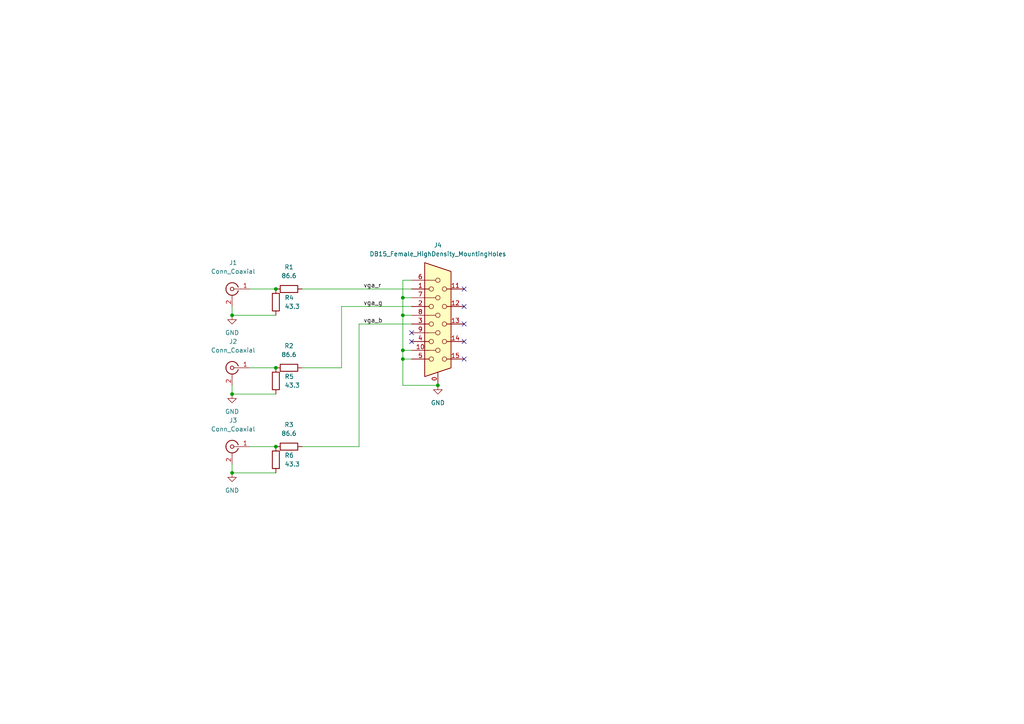
<source format=kicad_sch>
(kicad_sch (version 20211123) (generator eeschema)
  (paper "A4")
  (lib_symbols
    (symbol "Connector:Conn_Coaxial" (pin_names (offset 1.016) hide)
      (property "Reference" "J" (at 0.254 3.048 0))
      (property "Value" "Conn_Coaxial" (at 2.921 0 90))
      (symbol "Conn_Coaxial_0_1"
        (arc (start -1.778 -0.508) (mid 0.2311 -1.8066) (end 1.778 0) (stroke (width 0.254)))
        (polyline (pts (xy -2.54 0) (xy -0.508 0)))
        (polyline (pts (xy 0 -2.54) (xy 0 -1.778)))
        (circle (center 0 0) (radius 0.508) (stroke (width 0.2032)))
        (arc (start 1.778 0) (mid 0.2099 1.8101) (end -1.778 0.508) (stroke (width 0.254)))
      )
      (symbol "Conn_Coaxial_1_1"
        (pin passive line (at -5.08 0 0) (length 2.54) (name "In") (number "1"))
        (pin passive line (at 0 -5.08 90) (length 2.54) (name "Ext") (number "2"))
      )
    )
    (symbol "Connector:DB15_Female_HighDensity_MountingHoles" (pin_names (offset 1.016) hide)
      (property "Reference" "J" (at 0 21.59 0))
      (property "Value" "DB15_Female_HighDensity_MountingHoles" (at 0 19.05 0))
      (symbol "DB15_Female_HighDensity_MountingHoles_0_1"
        (circle (center -1.905 -10.16) (radius 0.635))
        (circle (center -1.905 -5.08) (radius 0.635))
        (circle (center -1.905 0) (radius 0.635))
        (circle (center -1.905 5.08) (radius 0.635))
        (circle (center -1.905 10.16) (radius 0.635))
        (circle (center 0 -7.62) (radius 0.635))
        (circle (center 0 -2.54) (radius 0.635))
        (polyline (pts (xy -3.175 7.62) (xy -0.635 7.62)))
        (polyline (pts (xy -0.635 -7.62) (xy -3.175 -7.62)))
        (polyline (pts (xy -0.635 -2.54) (xy -3.175 -2.54)))
        (polyline (pts (xy -0.635 2.54) (xy -3.175 2.54)))
        (polyline (pts (xy -0.635 12.7) (xy -3.175 12.7)))
        (polyline (pts (xy -3.81 17.78) (xy -3.81 -15.24) (xy 3.81 -12.7) (xy 3.81 15.24) (xy -3.81 17.78)) (stroke (width 0.254)) (fill (type background)))
        (circle (center 0 2.54) (radius 0.635))
        (circle (center 0 7.62) (radius 0.635))
        (circle (center 0 12.7) (radius 0.635))
        (circle (center 1.905 -10.16) (radius 0.635))
        (circle (center 1.905 -5.08) (radius 0.635))
        (circle (center 1.905 0) (radius 0.635))
        (circle (center 1.905 5.08) (radius 0.635))
        (circle (center 1.905 10.16) (radius 0.635))
      )
      (symbol "DB15_Female_HighDensity_MountingHoles_1_1"
        (pin passive line (at 0 -17.78 90) (length 3.81) (name "~") (number "0"))
        (pin passive line (at -7.62 10.16 0) (length 5.08) (name "~") (number "1"))
        (pin passive line (at -7.62 -7.62 0) (length 5.08) (name "~") (number "10"))
        (pin passive line (at 7.62 10.16 180) (length 5.08) (name "~") (number "11"))
        (pin passive line (at 7.62 5.08 180) (length 5.08) (name "~") (number "12"))
        (pin passive line (at 7.62 0 180) (length 5.08) (name "~") (number "13"))
        (pin passive line (at 7.62 -5.08 180) (length 5.08) (name "~") (number "14"))
        (pin passive line (at 7.62 -10.16 180) (length 5.08) (name "~") (number "15"))
        (pin passive line (at -7.62 5.08 0) (length 5.08) (name "~") (number "2"))
        (pin passive line (at -7.62 0 0) (length 5.08) (name "~") (number "3"))
        (pin passive line (at -7.62 -5.08 0) (length 5.08) (name "~") (number "4"))
        (pin passive line (at -7.62 -10.16 0) (length 5.08) (name "~") (number "5"))
        (pin passive line (at -7.62 12.7 0) (length 5.08) (name "~") (number "6"))
        (pin passive line (at -7.62 7.62 0) (length 5.08) (name "~") (number "7"))
        (pin passive line (at -7.62 2.54 0) (length 5.08) (name "~") (number "8"))
        (pin passive line (at -7.62 -2.54 0) (length 5.08) (name "~") (number "9"))
      )
    )
    (symbol "Device:R" (pin_numbers hide) (pin_names (offset 0))
      (property "Reference" "R" (at 2.032 0 90))
      (property "Value" "R" (at 0 0 90))
      (symbol "R_0_1"
        (rectangle (start -1.016 -2.54) (end 1.016 2.54) (stroke (width 0.254)))
      )
      (symbol "R_1_1"
        (pin passive line (at 0 3.81 270) (length 1.27) (name "~") (number "1"))
        (pin passive line (at 0 -3.81 90) (length 1.27) (name "~") (number "2"))
      )
    )
    (symbol "power:GND" (power) (pin_names (offset 0))
      (property "Value" "GND" (at 0 -3.81 0))
      (symbol "GND_0_1"
        (polyline (pts (xy 0 0) (xy 0 -1.27) (xy 1.27 -1.27) (xy 0 -2.54) (xy -1.27 -1.27) (xy 0 -1.27)))
      )
      (symbol "GND_1_1"
        (pin power_in line (at 0 0 270) (length 0) hide (name "GND") (number "1"))
      )
    )
  )
  (junction (at 127 111.76))
  (junction (at 67.31 137.16))
  (junction (at 116.84 101.6))
  (junction (at 67.31 114.3))
  (junction (at 80.01 129.54))
  (junction (at 80.01 106.68))
  (junction (at 116.84 104.14))
  (junction (at 67.31 91.44))
  (junction (at 80.01 83.82))
  (junction (at 116.84 91.44))
  (junction (at 116.84 86.36))
  (no_connect (at 134.62 99.06))
  (no_connect (at 134.62 93.98))
  (no_connect (at 134.62 88.9))
  (no_connect (at 134.62 83.82))
  (no_connect (at 119.38 99.06))
  (no_connect (at 134.62 104.14))
  (no_connect (at 119.38 96.52))
  (wire (pts (xy 67.31 91.44) (xy 67.31 88.9)))
  (wire (pts (xy 116.84 81.28) (xy 119.38 81.28)))
  (wire (pts (xy 72.39 106.68) (xy 80.01 106.68)))
  (wire (pts (xy 127 111.76) (xy 116.84 111.76)))
  (wire (pts (xy 67.31 137.16) (xy 67.31 134.62)))
  (wire (pts (xy 116.84 86.36) (xy 119.38 86.36)))
  (wire (pts (xy 87.63 83.82) (xy 119.38 83.82)))
  (wire (pts (xy 116.84 101.6) (xy 119.38 101.6)))
  (wire (pts (xy 104.14 93.98) (xy 119.38 93.98)))
  (wire (pts (xy 116.84 104.14) (xy 119.38 104.14)))
  (wire (pts (xy 87.63 106.68) (xy 99.06 106.68)))
  (wire (pts (xy 99.06 88.9) (xy 119.38 88.9)))
  (wire (pts (xy 80.01 114.3) (xy 67.31 114.3)))
  (wire (pts (xy 80.01 91.44) (xy 67.31 91.44)))
  (wire (pts (xy 116.84 86.36) (xy 116.84 91.44)))
  (wire (pts (xy 87.63 129.54) (xy 104.14 129.54)))
  (wire (pts (xy 116.84 101.6) (xy 116.84 104.14)))
  (wire (pts (xy 72.39 83.82) (xy 80.01 83.82)))
  (wire (pts (xy 72.39 129.54) (xy 80.01 129.54)))
  (wire (pts (xy 99.06 106.68) (xy 99.06 88.9)))
  (wire (pts (xy 80.01 137.16) (xy 67.31 137.16)))
  (wire (pts (xy 67.31 114.3) (xy 67.31 111.76)))
  (wire (pts (xy 116.84 91.44) (xy 116.84 101.6)))
  (wire (pts (xy 104.14 129.54) (xy 104.14 93.98)))
  (wire (pts (xy 116.84 91.44) (xy 119.38 91.44)))
  (wire (pts (xy 116.84 111.76) (xy 116.84 104.14)))
  (wire (pts (xy 116.84 81.28) (xy 116.84 86.36)))
  (label "vga_g" (at 105.41 88.9 0))
  (label "vga_r" (at 105.41 83.82 0))
  (label "vga_b" (at 105.41 93.98 0))
  (symbol (lib_id "Device:R") (at 83.82 106.68 90) (unit 1)
    (property "Reference" "R2" (at 83.82 100.33 90))
    (property "Value" "86.6" (at 83.82 102.87 90))
    (property "Footprint" "Resistor_SMD:R_0805_2012Metric_Pad1.20x1.40mm_HandSolder" (effects hide))
    (property "Digikey" "311-86.6CRCT-ND" (effects hide))
  )
  (symbol (lib_id "Device:R") (at 80.01 110.49 180) (unit 1)
    (property "Reference" "R5" (at 82.55 109.2199 0) (effects (justify right)))
    (property "Value" "43.3" (at 82.55 111.7599 0) (effects (justify right)))
    (property "Footprint" "Resistor_SMD:R_0805_2012Metric_Pad1.20x1.40mm_HandSolder" (effects hide))
    (property "Digikey" "311-43.2CRCT-ND" (effects hide))
  )
  (symbol (lib_id "power:GND") (at 67.31 137.16 0) (unit 1)
    (property "Reference" "#PWR0103" (effects hide))
    (property "Value" "GND" (at 67.31 142.24 0))
  )
  (symbol (lib_id "power:GND") (at 67.31 91.44 0) (unit 1)
    (property "Reference" "#PWR0102" (effects hide))
    (property "Value" "GND" (at 67.31 96.52 0))
  )
  (symbol (lib_id "Device:R") (at 80.01 87.63 180) (unit 1)
    (property "Reference" "R4" (at 82.55 86.3599 0) (effects (justify right)))
    (property "Value" "43.3" (at 82.55 88.8999 0) (effects (justify right)))
    (property "Footprint" "Resistor_SMD:R_0805_2012Metric_Pad1.20x1.40mm_HandSolder" (effects hide))
    (property "Digikey" "311-43.2CRCT-ND" (effects hide))
  )
  (symbol (lib_id "power:GND") (at 127 111.76 0) (unit 1)
    (property "Reference" "#PWR0101" (effects hide))
    (property "Value" "GND" (at 127 116.84 0))
  )
  (symbol (lib_id "Connector:Conn_Coaxial") (at 67.31 106.68 0) (mirror y) (unit 1)
    (property "Reference" "J2" (at 67.6274 99.06 0))
    (property "Value" "Conn_Coaxial" (at 67.6274 101.6 0))
    (property "Footprint" "Connector_Coaxial:SMA_Amphenol_901-143_Horizontal" (effects hide))
    (property "Datasheet" " ~" (effects hide))
    (property "Digikey" "WM26450-ND" (effects hide))
  )
  (symbol (lib_id "Connector:Conn_Coaxial") (at 67.31 83.82 0) (mirror y) (unit 1)
    (property "Reference" "J1" (at 67.6274 76.2 0))
    (property "Value" "Conn_Coaxial" (at 67.6274 78.74 0))
    (property "Footprint" "Connector_Coaxial:SMA_Amphenol_901-143_Horizontal" (effects hide))
    (property "Datasheet" " ~" (effects hide))
    (property "Digikey" "WM26450-ND" (effects hide))
  )
  (symbol (lib_id "Connector:Conn_Coaxial") (at 67.31 129.54 0) (mirror y) (unit 1)
    (property "Reference" "J3" (at 67.6274 121.92 0))
    (property "Value" "Conn_Coaxial" (at 67.6274 124.46 0))
    (property "Footprint" "Connector_Coaxial:SMA_Amphenol_901-143_Horizontal" (effects hide))
    (property "Datasheet" " ~" (effects hide))
    (property "Digikey" "WM26450-ND" (effects hide))
  )
  (symbol (lib_id "Device:R") (at 83.82 129.54 90) (unit 1)
    (property "Reference" "R3" (at 83.82 123.19 90))
    (property "Value" "86.6" (at 83.82 125.73 90))
    (property "Footprint" "Resistor_SMD:R_0805_2012Metric_Pad1.20x1.40mm_HandSolder" (effects hide))
    (property "Digikey" "311-86.6CRCT-ND" (effects hide))
  )
  (symbol (lib_id "Device:R") (at 83.82 83.82 90) (unit 1)
    (property "Reference" "R1" (at 83.82 77.47 90))
    (property "Value" "86.6" (at 83.82 80.01 90))
    (property "Footprint" "Resistor_SMD:R_0805_2012Metric_Pad1.20x1.40mm_HandSolder" (effects hide))
    (property "Digikey" "311-86.6CRCT-ND" (effects hide))
  )
  (symbol (lib_id "Device:R") (at 80.01 133.35 180) (unit 1)
    (property "Reference" "R6" (at 82.55 132.0799 0) (effects (justify right)))
    (property "Value" "43.3" (at 82.55 134.6199 0) (effects (justify right)))
    (property "Footprint" "Resistor_SMD:R_0805_2012Metric_Pad1.20x1.40mm_HandSolder" (effects hide))
    (property "Digikey" "311-43.2CRCT-ND" (effects hide))
  )
  (symbol (lib_id "Connector:DB15_Female_HighDensity_MountingHoles") (at 127 93.98 0) (unit 1)
    (property "Reference" "J4" (at 127 71.12 0))
    (property "Value" "DB15_Female_HighDensity_MountingHoles" (at 127 73.66 0))
    (property "Footprint" "Connector_Dsub:DSUB-15-HD_Female_Horizontal_P2.29x1.98mm_EdgePinOffset8.35mm_Housed_MountingHolesOffset10.89mm" (effects hide))
    (property "Datasheet" " ~" (effects hide))
    (property "Digikey" "L77HDE15SD1CH4FVGA-ND" (effects hide))
  )
  (symbol (lib_id "power:GND") (at 67.31 114.3 0) (unit 1)
    (property "Reference" "#PWR0104" (effects hide))
    (property "Value" "GND" (at 67.31 119.38 0))
  )
)
</source>
